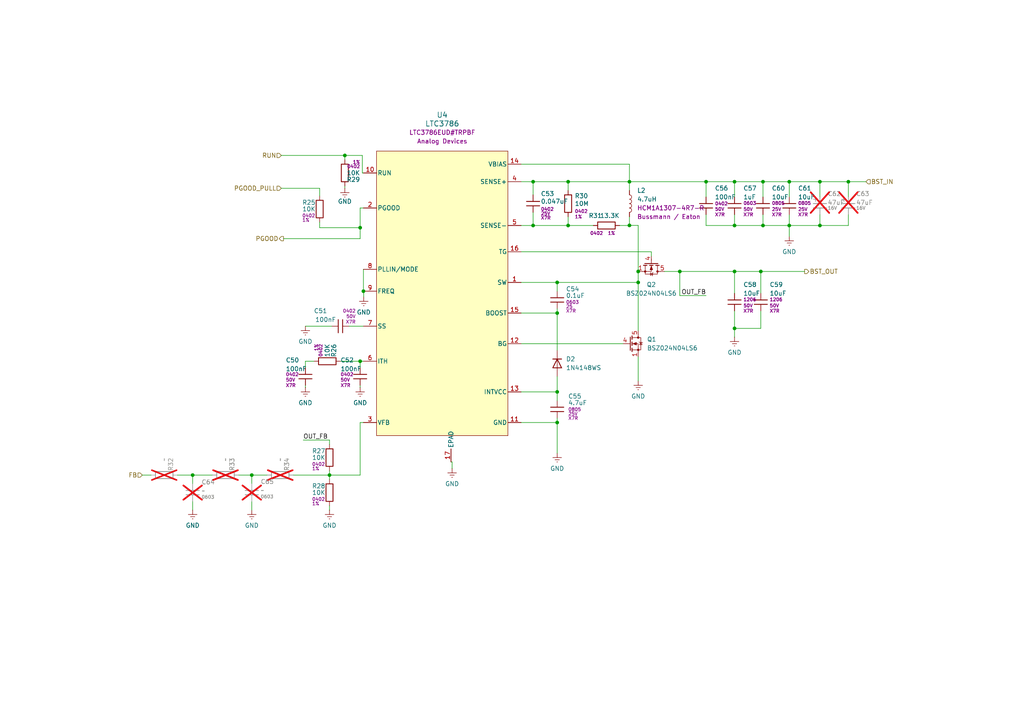
<source format=kicad_sch>
(kicad_sch (version 20231120) (generator "eeschema") (generator_version "8.0")
  (paper "A4")
  (lib_symbols
    (symbol "Diode:1N4148WS" (pin_numbers hide) (pin_names hide)
      (property "Reference" "D" (at 0 2.54 0))
      (property "Value" "1N4148WS" (at 0 -2.54 0))
      (symbol "1N4148WS_0_1"
        (polyline (pts (xy -1.27 1.27) (xy -1.27 -1.27)) (stroke (width 0.254)))
        (polyline (pts (xy 1.27 0) (xy -1.27 0)))
        (polyline (pts (xy 1.27 1.27) (xy 1.27 -1.27) (xy -1.27 0) (xy 1.27 1.27)) (stroke (width 0.254)))
      )
      (symbol "1N4148WS_1_1"
        (pin passive line (at -3.81 0 0) (length 2.54) (name "K") (number "1"))
        (pin passive line (at 3.81 0 180) (length 2.54) (name "A") (number "2"))
      )
    )
    (symbol "power:GNDREF" (power) (pin_numbers hide) (pin_names (offset 0) hide)
      (property "Value" "GNDREF" (at 0 -3.81 0))
      (symbol "GNDREF_0_1"
        (polyline (pts (xy -0.635 -1.905) (xy 0.635 -1.905)))
        (polyline (pts (xy -0.127 -2.54) (xy 0.127 -2.54)))
        (polyline (pts (xy 0 -1.27) (xy 0 0)))
        (polyline (pts (xy 1.27 -1.27) (xy -1.27 -1.27)))
      )
      (symbol "GNDREF_1_1"
        (pin power_in line (at 0 0 270) (length 0) (name "~") (number "1"))
      )
    )
    (symbol "speaker_amp_library:C_0402" (pin_numbers hide) (pin_names (offset 0.254))
      (property "Reference" "C" (at 2.54 3.175 0))
      (property "Value" "100nF" (at 2.54 1.27 0))
      (property "Footprint size" "0402" (at 2.54 -1.5875 0))
      (property "Voltage" "16V" (at 2.54 -0.3175 0))
      (property "Type" "NP0" (at 3.81 -2.8575 0))
      (symbol "C_0402_0_1"
        (polyline (pts (xy -1.905 -0.635) (xy 1.905 -0.635)) (stroke (width 0.25)))
      )
      (symbol "C_0402_1_1"
        (polyline (pts (xy -1.905 0.635) (xy 1.905 0.635)) (stroke (width 0.254)))
        (pin passive line (at 0 2.54 270) (length 1.905) (name "~") (number "1"))
        (pin passive line (at 0 -2.54 90) (length 1.905) (name "~") (number "2"))
      )
    )
    (symbol "speaker_amp_library:C_0603" (pin_numbers hide) (pin_names (offset 0.254))
      (property "Reference" "C" (at 2.54 3.175 0))
      (property "Value" "1uF" (at 2.54 1.27 0))
      (property "Footprint size" "0603" (at 2.54 -1.5875 0))
      (property "Voltage" "50V" (at 2.54 -0.3175 0))
      (property "Type" "X7R" (at 3.81 -2.8575 0))
      (symbol "C_0603_0_1"
        (polyline (pts (xy -1.905 -0.635) (xy 1.905 -0.635)) (stroke (width 0.25)))
      )
      (symbol "C_0603_1_1"
        (polyline (pts (xy -1.905 0.635) (xy 1.905 0.635)) (stroke (width 0.254)))
        (pin passive line (at 0 2.54 270) (length 1.905) (name "~") (number "1"))
        (pin passive line (at 0 -2.54 90) (length 1.905) (name "~") (number "2"))
      )
    )
    (symbol "speaker_amp_library:C_1206" (pin_numbers hide) (pin_names (offset 0.254))
      (property "Reference" "C" (at 2.54 3.175 0))
      (property "Value" "10uF" (at 2.54 1.27 0))
      (property "Footprint size" "1206" (at 2.54 -1.5875 0))
      (property "Voltage" "50V" (at 2.54 -0.3175 0))
      (property "Type" "X7R" (at 3.81 -2.8575 0))
      (symbol "C_1206_0_1"
        (polyline (pts (xy -1.905 -0.635) (xy 1.905 -0.635)) (stroke (width 0.25)))
      )
      (symbol "C_1206_1_1"
        (polyline (pts (xy -1.905 0.635) (xy 1.905 0.635)) (stroke (width 0.254)))
        (pin passive line (at 0 2.54 270) (length 1.905) (name "~") (number "1"))
        (pin passive line (at 0 -2.54 90) (length 1.905) (name "~") (number "2"))
      )
    )
    (symbol "speaker_amp_library:C_ELEC_8x10_EMZS350ARA471MHA0G" (pin_numbers hide) (pin_names (offset 0.254))
      (property "Reference" "C" (at 2.54 3.175 0))
      (property "Value" "100uF" (at 2.54 1.27 0))
      (property "Voltage" "50V" (at 2.54 -0.3175 0))
      (symbol "C_ELEC_8x10_EMZS350ARA471MHA0G_0_1"
        (polyline (pts (xy -1.905 -0.635) (xy 1.905 -0.635)) (stroke (width 0.25)))
        (polyline (pts (xy -1.905 1.905) (xy -0.635 1.905)) (stroke (width 0.2)))
        (polyline (pts (xy -1.27 1.27) (xy -1.27 2.54)) (stroke (width 0.2)))
      )
      (symbol "C_ELEC_8x10_EMZS350ARA471MHA0G_1_1"
        (polyline (pts (xy -1.905 0.635) (xy 1.905 0.635)) (stroke (width 0.254)))
        (pin passive line (at 0 2.54 270) (length 1.905) (name "~") (number "1"))
        (pin passive line (at 0 -2.54 90) (length 1.905) (name "~") (number "2"))
      )
    )
    (symbol "speaker_amp_library:R_0402" (pin_numbers hide) (pin_names (offset 0))
      (property "Reference" "R?" (at 2.54 1.905 0))
      (property "Value" "4.7k" (at 2.54 0 0))
      (property "Footprint size" "0402" (at 2.54 -1.27 0))
      (property "Tolerance" "1%" (at 2.54 -2.54 0))
      (symbol "R_0402_0_1"
        (rectangle (start -1.016 2.54) (end 1.016 -2.54) (stroke (width 0.254)))
      )
      (symbol "R_0402_1_1"
        (pin passive line (at 0 3.81 270) (length 1.27) (name "~") (number "1"))
        (pin passive line (at 0 -3.81 90) (length 1.27) (name "~") (number "2"))
      )
    )
    (symbol "speaker_global_library:BSZ024N04LS6" (pin_names hide)
      (property "Reference" "Q" (at 5.08 1.905 0))
      (property "Value" "BSZ024N04LS6" (at 5.08 0 0))
      (symbol "BSZ024N04LS6_0_1"
        (polyline (pts (xy 0.2051 0) (xy -1.0649 0)))
        (polyline (pts (xy 0.254 1.905) (xy 0.254 -1.905)) (stroke (width 0.254)))
        (polyline (pts (xy 0.762 -1.27) (xy 0.762 -2.286)) (stroke (width 0.254)))
        (polyline (pts (xy 0.762 0.508) (xy 0.762 -0.508)) (stroke (width 0.254)))
        (polyline (pts (xy 0.762 2.286) (xy 0.762 1.27)) (stroke (width 0.254)))
        (polyline (pts (xy 2.54 2.54) (xy 2.54 1.778)))
        (polyline (pts (xy 2.54 -2.54) (xy 2.54 0) (xy 0.762 0)))
        (polyline (pts (xy 0.762 -1.778) (xy 3.302 -1.778) (xy 3.302 1.778) (xy 0.762 1.778)))
        (polyline (pts (xy 1.016 0) (xy 2.032 0.381) (xy 2.032 -0.381) (xy 1.016 0)) (fill (type outline)))
        (polyline (pts (xy 2.794 0.508) (xy 2.921 0.381) (xy 3.683 0.381) (xy 3.81 0.254)))
        (polyline (pts (xy 3.302 0.381) (xy 2.921 -0.254) (xy 3.683 -0.254) (xy 3.302 0.381)))
        (circle (center 2.54 -1.778) (radius 0.254) (fill (type outline)))
        (circle (center 2.54 1.778) (radius 0.254) (fill (type outline)))
      )
      (symbol "BSZ024N04LS6_1_1"
        (pin passive line (at 2.54 -3.81 90) (length 1.27) (name "S") (number "1"))
        (pin passive line (at 2.54 -3.81 90) (length 1.27) hide (name "S") (number "2"))
        (pin passive line (at 2.54 -3.81 90) (length 1.27) hide (name "S") (number "3"))
        (pin passive line (at -1.905 0 0) (length 1.27) (name "G") (number "4"))
        (pin passive line (at 2.54 3.81 270) (length 1.27) (name "D") (number "5"))
      )
    )
    (symbol "speaker_global_library:C_0402" (pin_numbers hide) (pin_names (offset 0.254))
      (property "Reference" "C" (at 2.54 3.175 0))
      (property "Value" "100nF" (at 2.54 1.27 0))
      (property "Footprint size" "0402" (at 2.54 -1.5875 0))
      (property "Voltage" "16V" (at 2.54 -0.3175 0))
      (property "Type" "NP0" (at 3.81 -2.8575 0))
      (symbol "C_0402_0_1"
        (polyline (pts (xy -1.905 -0.635) (xy 1.905 -0.635)) (stroke (width 0.25)))
      )
      (symbol "C_0402_1_1"
        (polyline (pts (xy -1.905 0.635) (xy 1.905 0.635)) (stroke (width 0.254)))
        (pin passive line (at 0 2.54 270) (length 1.905) (name "~") (number "1"))
        (pin passive line (at 0 -2.54 90) (length 1.905) (name "~") (number "2"))
      )
    )
    (symbol "speaker_global_library:C_0603" (pin_numbers hide) (pin_names (offset 0.254))
      (property "Reference" "C" (at 2.54 3.175 0))
      (property "Value" "1uF" (at 2.54 1.27 0))
      (property "Footprint size" "0603" (at 2.54 -1.5875 0))
      (property "Voltage" "50V" (at 2.54 -0.3175 0))
      (property "Type" "X7R" (at 3.81 -2.8575 0))
      (symbol "C_0603_0_1"
        (polyline (pts (xy -1.905 -0.635) (xy 1.905 -0.635)) (stroke (width 0.25)))
      )
      (symbol "C_0603_1_1"
        (polyline (pts (xy -1.905 0.635) (xy 1.905 0.635)) (stroke (width 0.254)))
        (pin passive line (at 0 2.54 270) (length 1.905) (name "~") (number "1"))
        (pin passive line (at 0 -2.54 90) (length 1.905) (name "~") (number "2"))
      )
    )
    (symbol "speaker_global_library:C_0805" (pin_numbers hide) (pin_names (offset 0.254))
      (property "Reference" "C" (at 2.54 3.175 0))
      (property "Value" "10uF" (at 2.54 1.27 0))
      (property "Footprint size" "0805" (at 2.54 -1.5875 0))
      (property "Voltage" "25V" (at 2.54 -0.3175 0))
      (property "Type" "X7R" (at 3.81 -2.8575 0))
      (symbol "C_0805_0_1"
        (polyline (pts (xy -1.905 -0.635) (xy 1.905 -0.635)) (stroke (width 0.25)))
      )
      (symbol "C_0805_1_1"
        (polyline (pts (xy -1.905 0.635) (xy 1.905 0.635)) (stroke (width 0.254)))
        (pin passive line (at 0 2.54 270) (length 1.905) (name "~") (number "1"))
        (pin passive line (at 0 -2.54 90) (length 1.905) (name "~") (number "2"))
      )
    )
    (symbol "speaker_global_library:LTC3786" (pin_names (offset 0.254))
      (property "Reference" "U" (at 3.81 22.86 0))
      (property "Value" "LTC3786" (at 7.62 20.32 0))
      (property "MPN" "LTC3786" (at 0 0 0))
      (property "Manufacturer" "Analog Devices" (at 0 0 0))
      (symbol "LTC3786_0_1"
        (pin unspecified line (at 45.72 -20.32 180) (length 3.81) (name "SW") (number "1"))
        (pin input line (at 0 11.43 0) (length 3.81) (name "RUN") (number "10"))
        (pin power_in line (at 45.72 -60.96 180) (length 3.81) (name "GND") (number "11"))
        (pin unspecified line (at 45.72 -38.1 180) (length 3.81) (name "BG") (number "12"))
        (pin output line (at 45.72 -52.07 180) (length 3.81) (name "INTVCC") (number "13"))
        (pin input line (at 45.72 13.97 180) (length 3.81) (name "VBIAS") (number "14"))
        (pin unspecified line (at 45.72 -29.21 180) (length 3.81) (name "BOOST") (number "15"))
        (pin unspecified line (at 45.72 -11.43 180) (length 3.81) (name "TG") (number "16"))
        (pin unspecified line (at 25.4 -72.39 90) (length 3.81) (name "EPAD") (number "17"))
        (pin output line (at 0 1.27 0) (length 3.81) (name "PGOOD") (number "2"))
        (pin input line (at 0 -60.96 0) (length 3.81) (name "VFB") (number "3"))
        (pin input line (at 45.72 8.89 180) (length 3.81) (name "SENSE+") (number "4"))
        (pin input line (at 45.72 -3.81 180) (length 3.81) (name "SENSE-") (number "5"))
        (pin unspecified line (at 0 -43.18 0) (length 3.81) (name "ITH") (number "6"))
        (pin input line (at 0 -33.02 0) (length 3.81) (name "SS") (number "7"))
        (pin input line (at 0 -16.51 0) (length 3.81) (name "PLLIN/MODE") (number "8"))
        (pin unspecified line (at 0 -22.86 0) (length 3.81) (name "FREQ") (number "9"))
      )
      (symbol "LTC3786_1_1"
        (rectangle (start 3.81 17.78) (end 41.91 -64.77) (fill (type background)))
      )
    )
    (symbol "speaker_global_library:L_HCM1A1307-4R7-R" (pin_numbers hide) (pin_names (offset 1.016) hide)
      (property "Reference" "L" (at -1.27 0 90))
      (property "Value" "4.7uH" (at 1.905 0 90))
      (property "MPN" "HCM1A1307-4R7-R" (at 0 0 0))
      (property "Manufacturer" "Bussmann / Eaton" (at 0 0 0))
      (symbol "L_HCM1A1307-4R7-R_0_1"
        (arc (start 0 -2.54) (mid 0.6323 -1.905) (end 0 -1.27))
        (arc (start 0 -1.27) (mid 0.6323 -0.635) (end 0 0))
        (arc (start 0 0) (mid 0.6323 0.635) (end 0 1.27))
        (arc (start 0 1.27) (mid 0.6323 1.905) (end 0 2.54))
      )
      (symbol "L_HCM1A1307-4R7-R_1_1"
        (pin passive line (at 0 3.81 270) (length 1.27) (name "1") (number "1"))
        (pin passive line (at 0 -3.81 90) (length 1.27) (name "2") (number "2"))
      )
    )
    (symbol "speaker_global_library:R_0402" (pin_numbers hide) (pin_names (offset 0))
      (property "Reference" "R?" (at 2.54 1.905 0))
      (property "Value" "4.7k" (at 2.54 0 0))
      (property "Footprint size" "0402" (at 2.54 -1.27 0))
      (property "Tolerance" "1%" (at 2.54 -2.54 0))
      (symbol "R_0402_0_1"
        (rectangle (start -1.016 2.54) (end 1.016 -2.54) (stroke (width 0.254)))
      )
      (symbol "R_0402_1_1"
        (pin passive line (at 0 3.81 270) (length 1.27) (name "~") (number "1"))
        (pin passive line (at 0 -3.81 90) (length 1.27) (name "~") (number "2"))
      )
    )
  )
  (junction (at 213.0425 52.705))
  (junction (at 221.2975 52.705))
  (junction (at 100.0125 45.085))
  (junction (at 164.7825 65.405))
  (junction (at 237.8075 65.405))
  (junction (at 104.4575 66.04))
  (junction (at 161.6075 122.555))
  (junction (at 213.0425 65.405))
  (junction (at 154.6225 65.405))
  (junction (at 228.9175 52.705))
  (junction (at 185.1025 78.74))
  (junction (at 154.6225 52.705))
  (junction (at 228.9175 65.405))
  (junction (at 204.7875 52.705))
  (junction (at 104.4575 104.775))
  (junction (at 185.1025 81.915))
  (junction (at 213.0425 95.25))
  (junction (at 237.8075 52.705))
  (junction (at 55.88 137.795))
  (junction (at 105.41 84.455))
  (junction (at 161.6075 113.665))
  (junction (at 161.6075 90.805))
  (junction (at 73.025 137.795))
  (junction (at 164.7825 52.705))
  (junction (at 182.5625 52.705))
  (junction (at 221.2975 65.405))
  (junction (at 220.6625 78.74))
  (junction (at 246.0625 52.705))
  (junction (at 213.0425 78.74))
  (junction (at 197.1675 78.74))
  (junction (at 95.5675 137.795))
  (junction (at 182.5625 65.379))
  (junction (at 161.6075 81.915))
  (wire (pts (xy 213.0425 52.705) (xy 213.0425 57.15)))
  (wire (pts (xy 182.5625 47.625) (xy 182.5625 52.705)))
  (wire (pts (xy 213.0425 95.25) (xy 213.0425 97.79)))
  (wire (pts (xy 104.4575 66.04) (xy 104.4575 60.325)))
  (wire (pts (xy 164.7825 62.865) (xy 164.7825 65.405)))
  (wire (pts (xy 182.5625 52.705) (xy 182.5625 55.245)))
  (wire (pts (xy 204.7875 65.405) (xy 213.0425 65.405)))
  (wire (pts (xy 85.09 137.795) (xy 95.5675 137.795)))
  (wire (pts (xy 161.6075 81.915) (xy 161.6075 84.455)))
  (wire (pts (xy 164.7825 52.705) (xy 182.5625 52.705)))
  (wire (pts (xy 185.1025 81.915) (xy 185.1025 95.885)))
  (wire (pts (xy 213.0425 95.25) (xy 220.6625 95.25)))
  (wire (pts (xy 161.6075 122.555) (xy 161.6075 131.445)))
  (wire (pts (xy 151.13 99.695) (xy 180.6575 99.695)))
  (wire (pts (xy 92.71 64.4423) (xy 92.71 66.04)))
  (wire (pts (xy 228.9175 65.405) (xy 228.9175 68.58)))
  (wire (pts (xy 213.0425 65.405) (xy 221.2975 65.405)))
  (wire (pts (xy 182.5625 65.379) (xy 182.5625 62.865)))
  (wire (pts (xy 104.4575 122.555) (xy 104.4575 137.795)))
  (wire (pts (xy 88.5825 104.775) (xy 88.5825 106.68)))
  (wire (pts (xy 104.4575 104.775) (xy 104.4575 106.68)))
  (wire (pts (xy 104.4575 137.795) (xy 95.5675 137.795)))
  (wire (pts (xy 151.13 73.025) (xy 188.9125 73.025)))
  (wire (pts (xy 104.4575 60.325) (xy 105.41 60.325)))
  (wire (pts (xy 55.88 145.415) (xy 55.88 147.955)))
  (wire (pts (xy 188.9125 73.025) (xy 188.9125 74.295)))
  (wire (pts (xy 237.8075 52.705) (xy 228.9175 52.705)))
  (wire (pts (xy 151.13 65.405) (xy 154.6225 65.405)))
  (wire (pts (xy 161.6075 90.805) (xy 161.6075 89.535)))
  (wire (pts (xy 228.9175 52.705) (xy 221.2975 52.705)))
  (wire (pts (xy 197.1675 85.725) (xy 197.1675 78.74)))
  (wire (pts (xy 91.1225 104.775) (xy 88.5825 104.775)))
  (wire (pts (xy 213.0425 90.17) (xy 213.0425 95.25)))
  (wire (pts (xy 87.9475 127.635) (xy 95.5675 127.635)))
  (wire (pts (xy 197.1675 78.74) (xy 213.0425 78.74)))
  (wire (pts (xy 204.7875 52.705) (xy 182.5625 52.705)))
  (wire (pts (xy 154.6225 61.595) (xy 154.6225 65.405)))
  (wire (pts (xy 105.4972 84.455) (xy 105.41 84.455)))
  (wire (pts (xy 246.0625 52.705) (xy 246.0625 57.15)))
  (wire (pts (xy 95.5675 137.795) (xy 95.5675 139.065)))
  (wire (pts (xy 161.6075 109.22) (xy 161.6075 113.665)))
  (wire (pts (xy 221.2975 65.405) (xy 221.2975 62.23)))
  (wire (pts (xy 105.4972 86.1279) (xy 105.4972 84.455)))
  (wire (pts (xy 151.13 52.705) (xy 154.6225 52.705)))
  (wire (pts (xy 251.1425 52.705) (xy 246.0625 52.705)))
  (wire (pts (xy 101.2825 94.615) (xy 105.41 94.615)))
  (wire (pts (xy 100.0125 46.355) (xy 100.0125 45.085)))
  (wire (pts (xy 98.7425 104.775) (xy 104.4575 104.775)))
  (wire (pts (xy 104.4575 112.395) (xy 104.4575 111.76)))
  (wire (pts (xy 221.2975 52.705) (xy 221.2975 57.15)))
  (wire (pts (xy 55.88 137.795) (xy 55.88 140.335)))
  (wire (pts (xy 204.7875 85.725) (xy 197.1675 85.725)))
  (wire (pts (xy 204.7875 52.705) (xy 204.7875 57.15)))
  (wire (pts (xy 151.13 122.555) (xy 161.6075 122.555)))
  (wire (pts (xy 69.215 137.795) (xy 73.025 137.795)))
  (wire (pts (xy 154.6225 52.705) (xy 154.6225 56.515)))
  (wire (pts (xy 213.0425 78.74) (xy 220.6625 78.74)))
  (wire (pts (xy 204.7875 65.405) (xy 204.7875 62.23)))
  (wire (pts (xy 55.88 137.795) (xy 61.595 137.795)))
  (wire (pts (xy 237.8075 65.405) (xy 246.0625 65.405)))
  (wire (pts (xy 161.6075 81.915) (xy 151.13 81.915)))
  (wire (pts (xy 161.6075 90.805) (xy 161.6075 101.6)))
  (wire (pts (xy 131.1275 135.89) (xy 131.1275 133.985)))
  (wire (pts (xy 185.1025 65.379) (xy 182.5625 65.379)))
  (wire (pts (xy 96.2025 94.615) (xy 88.5825 94.615)))
  (wire (pts (xy 95.5675 146.685) (xy 95.5675 147.955)))
  (wire (pts (xy 92.7186 54.61) (xy 81.5975 54.61)))
  (wire (pts (xy 95.5675 136.525) (xy 95.5675 137.795)))
  (wire (pts (xy 131.1275 133.985) (xy 130.81 133.985)))
  (wire (pts (xy 154.6225 52.705) (xy 164.7825 52.705)))
  (wire (pts (xy 164.7825 65.405) (xy 172.085 65.405)))
  (wire (pts (xy 104.4575 122.555) (xy 105.41 122.555)))
  (wire (pts (xy 221.2975 52.705) (xy 213.0425 52.705)))
  (wire (pts (xy 220.6625 78.74) (xy 220.6625 85.09)))
  (wire (pts (xy 105.0925 50.165) (xy 105.41 50.165)))
  (wire (pts (xy 73.025 137.795) (xy 77.47 137.795)))
  (wire (pts (xy 95.5675 127.635) (xy 95.5675 128.905)))
  (wire (pts (xy 228.9175 52.705) (xy 228.9175 57.15)))
  (wire (pts (xy 213.0425 78.74) (xy 213.0425 85.09)))
  (wire (pts (xy 161.6075 113.665) (xy 161.6075 116.205)))
  (wire (pts (xy 182.5625 65.405) (xy 182.5625 65.379)))
  (wire (pts (xy 220.6625 90.17) (xy 220.6625 95.25)))
  (wire (pts (xy 237.8075 52.705) (xy 237.8075 57.15)))
  (wire (pts (xy 151.13 113.665) (xy 161.6075 113.665)))
  (wire (pts (xy 82.2325 69.215) (xy 104.4575 69.215)))
  (wire (pts (xy 220.6625 78.74) (xy 233.3625 78.74)))
  (wire (pts (xy 41.275 137.795) (xy 43.815 137.795)))
  (wire (pts (xy 104.4575 69.215) (xy 104.4575 66.04)))
  (wire (pts (xy 192.7225 78.74) (xy 197.1675 78.74)))
  (wire (pts (xy 213.0425 52.705) (xy 204.7875 52.705)))
  (wire (pts (xy 228.9175 65.405) (xy 228.9175 62.23)))
  (wire (pts (xy 88.5825 112.395) (xy 88.5825 111.76)))
  (wire (pts (xy 104.4575 104.775) (xy 105.41 104.775)))
  (wire (pts (xy 73.025 137.795) (xy 73.025 140.335)))
  (wire (pts (xy 105.0925 45.085) (xy 105.0925 50.165)))
  (wire (pts (xy 100.0125 53.975) (xy 100.0125 54.61)))
  (wire (pts (xy 164.7825 55.245) (xy 164.7825 52.705)))
  (wire (pts (xy 179.705 65.405) (xy 182.5625 65.405)))
  (wire (pts (xy 105.41 78.105) (xy 105.41 84.455)))
  (wire (pts (xy 100.0125 45.085) (xy 105.0925 45.085)))
  (wire (pts (xy 151.13 90.805) (xy 161.6075 90.805)))
  (wire (pts (xy 151.13 47.625) (xy 182.5625 47.625)))
  (wire (pts (xy 81.5975 45.085) (xy 100.0125 45.085)))
  (wire (pts (xy 161.6075 122.555) (xy 161.6075 121.285)))
  (wire (pts (xy 228.9175 65.405) (xy 237.8075 65.405)))
  (wire (pts (xy 246.0625 52.705) (xy 237.8075 52.705)))
  (wire (pts (xy 237.8075 65.405) (xy 237.8075 62.23)))
  (wire (pts (xy 213.0425 65.405) (xy 213.0425 62.23)))
  (wire (pts (xy 221.2975 65.405) (xy 228.9175 65.405)))
  (wire (pts (xy 92.71 64.4423) (xy 92.7186 64.4423)))
  (wire (pts (xy 246.0625 65.405) (xy 246.0625 62.23)))
  (wire (pts (xy 185.1025 81.915) (xy 185.1025 78.74)))
  (wire (pts (xy 51.435 137.795) (xy 55.88 137.795)))
  (wire (pts (xy 185.1025 78.74) (xy 185.1025 65.379)))
  (wire (pts (xy 185.1025 81.915) (xy 161.6075 81.915)))
  (wire (pts (xy 73.025 145.415) (xy 73.025 147.955)))
  (wire (pts (xy 185.1025 103.505) (xy 185.1025 110.49)))
  (wire (pts (xy 92.71 66.04) (xy 104.4575 66.04)))
  (wire (pts (xy 154.6225 65.405) (xy 164.7825 65.405)))
  (wire (pts (xy 92.7186 56.8223) (xy 92.7186 54.61)))
  (label "OUT_FB" (at 204.7875 85.725 180))
  (label "OUT_FB" (at 87.9475 127.635 0))
  (hierarchical_label "BST_OUT" (shape output) (at 233.3625 78.74 0))
  (hierarchical_label "BST_IN" (shape input) (at 251.1425 52.705 0))
  (hierarchical_label "RUN" (shape input) (at 81.5975 45.085 180))
  (hierarchical_label "PGOOD_PULL" (shape input) (at 81.5975 54.61 180))
  (hierarchical_label "FB" (shape input) (at 41.275 137.795 180))
  (hierarchical_label "PGOOD" (shape output) (at 82.2325 69.215 180))
  (symbol (lib_id "speaker_global_library:BSZ024N04LS6") (at 188.9125 76.2 270) (unit 1)
    (property "Reference" "Q2" (at 188.9125 82.55 90))
    (property "Value" "BSZ024N04LS6" (at 188.9125 85.09 90))
    (property "Footprint" "speaker_global_library:PQFN330x330" (effects (hide yes)))
    (property "Datasheet" "http://www.infineon.com/dgdl/Infineon-BSC028N06LS3-DS-v02_02-en.pdf?fileId=db3a30431ddc9372011ebafa4c607f8c" (effects (hide yes)))
    (property "Description" "100A Id, 60V Vds, OptiMOS N-Channel Power MOSFET, 2.8mOhm Ron, Qg (typ) 31.0nC, PG-TDSON-8" (effects (hide yes)))
    (property "MPN" "BSZ024N04LS6" (effects (hide yes)))
    (property "Manufacturer" "Infineon" (effects (hide yes)))
  )
  (symbol (lib_id "power:GNDREF") (at 228.9175 68.58 0) (unit 1)
    (property "Reference" "#PWR034" (effects (hide yes)))
    (property "Value" "GND" (at 228.9175 73.025 0))
    (property "Description" "Power symbol creates a global label with name \"GNDREF\" , reference supply ground" (effects (hide yes)))
  )
  (symbol (lib_id "Diode:1N4148WS") (at 161.6075 105.41 270) (unit 1)
    (property "Reference" "D2" (at 164.1475 104.14 90) (effects (justify left)))
    (property "Value" "1N4148WS" (at 164.1475 106.68 90) (effects (justify left)))
    (property "Footprint" "Diode_SMD:D_SOD-323" (effects (hide yes)))
    (property "Datasheet" "https://www.vishay.com/docs/85751/1n4148ws.pdf" (effects (hide yes)))
    (property "Description" "DIODE" (effects (hide yes)))
    (property "Sim.Device" "D" (effects (hide yes)))
    (property "Sim.Pins" "1=K 2=A" (effects (hide yes)))
    (property "MPN" "1N4148WS-E3-18" (effects (hide yes)))
    (property "Manufacturer" "Vishay Semiconductors" (effects (hide yes)))
  )
  (symbol (lib_id "speaker_amp_library:R_0402") (at 100.0125 50.165 0) (mirror x) (unit 1)
    (property "Reference" "R29" (at 104.4575 52.07 0) (effects (justify right)))
    (property "Value" "10K" (at 104.4575 50.165 0) (effects (justify right)))
    (property "Footprint" "speaker_global_library:R_0402_1005Metric" (effects (hide yes)))
    (property "Description" "RES" (effects (hide yes)))
    (property "Footprint size" "0402" (at 104.4575 48.26 0) (effects (font (size 0.9525 0.9525)) (justify right)))
    (property "Manufacturer" "YAGEO" (effects (hide yes)))
    (property "MPN" "AC0402FR-0710KL" (effects (hide yes)))
    (property "Tolerance" "1%" (at 104.4575 46.99 0) (effects (font (size 0.9525 0.9525)) (justify right)))
  )
  (symbol (lib_id "speaker_amp_library:C_0402") (at 104.4575 109.22 0) (mirror x) (unit 1)
    (property "Reference" "C52" (at 98.7425 104.4576 0) (effects (justify left)))
    (property "Value" "100nF" (at 98.7425 106.9976 0) (effects (justify left)))
    (property "Footprint" "speaker_global_library:C_0402_1005Metric" (effects (hide yes)))
    (property "Description" "CAP" (effects (hide yes)))
    (property "Footprint size" "0402" (at 98.7425 108.585 0) (effects (font (size 0.9525 0.9525)) (justify left)))
    (property "Voltage" "50V" (at 98.7425 110.1726 0) (effects (font (size 0.9525 0.9525)) (justify left)))
    (property "Type" "X7R" (at 98.7425 111.7601 0) (effects (font (size 0.9525 0.9525)) (justify left)))
    (property "Tolerance" "10%" (effects (hide yes)))
    (property "Manufacturer" "Murata" (effects (hide yes)))
    (property "MPN" "GRM155R71H104KE14D" (effects (hide yes)))
  )
  (symbol (lib_id "power:GNDREF") (at 55.88 147.955 0) (unit 1)
    (property "Reference" "#PWR049" (effects (hide yes)))
    (property "Value" "GND" (at 55.88 152.4 0))
    (property "Description" "Power symbol creates a global label with name \"GNDREF\" , reference supply ground" (effects (hide yes)))
  )
  (symbol (lib_id "speaker_amp_library:C_0603") (at 228.9175 59.69 0) (unit 1)
    (property "Reference" "C61" (at 231.4575 54.61 0) (effects (justify left)))
    (property "Value" "10uF" (at 231.4575 57.15 0) (effects (justify left)))
    (property "Footprint" "speaker_global_library:C_0805_2012Metric" (effects (hide yes)))
    (property "Description" "CAP" (effects (hide yes)))
    (property "Footprint size" "0805" (at 231.4575 58.928 0) (effects (font (size 0.9525 0.9525)) (justify left)))
    (property "Voltage" "25V" (at 231.4575 60.706 0) (effects (font (size 0.9525 0.9525)) (justify left)))
    (property "Type" "X7R" (at 231.4575 62.23 0) (effects (font (size 0.9525 0.9525)) (justify left)))
    (property "Tolerance" "20%" (effects (hide yes)))
    (property "Manufacturer" "Samsung Electro-Mechanics" (effects (hide yes)))
    (property "MPN" "CL21B106KAYQNNE" (effects (hide yes)))
  )
  (symbol (lib_id "power:GNDREF") (at 161.6075 131.445 0) (unit 1)
    (property "Reference" "#PWR025" (effects (hide yes)))
    (property "Value" "GND" (at 161.6075 135.89 0))
    (property "Description" "Power symbol creates a global label with name \"GNDREF\" , reference supply ground" (effects (hide yes)))
  )
  (symbol (lib_id "speaker_amp_library:C_0603") (at 221.2975 59.69 0) (unit 1)
    (property "Reference" "C60" (at 223.8375 54.61 0) (effects (justify left)))
    (property "Value" "10uF" (at 223.8375 57.15 0) (effects (justify left)))
    (property "Footprint" "speaker_global_library:C_0805_2012Metric" (effects (hide yes)))
    (property "Description" "CAP" (effects (hide yes)))
    (property "Footprint size" "0805" (at 223.8375 58.928 0) (effects (font (size 0.9525 0.9525)) (justify left)))
    (property "Voltage" "25V" (at 223.8375 60.706 0) (effects (font (size 0.9525 0.9525)) (justify left)))
    (property "Type" "X7R" (at 223.8375 62.23 0) (effects (font (size 0.9525 0.9525)) (justify left)))
    (property "Tolerance" "20%" (effects (hide yes)))
    (property "Manufacturer" "Samsung Electro-Mechanics" (effects (hide yes)))
    (property "MPN" "CL21B106KAYQNNE" (effects (hide yes)))
  )
  (symbol (lib_id "speaker_global_library:R_0402") (at 175.895 65.405 90) (unit 1)
    (property "Reference" "R31" (at 174.625 62.5475 90) (effects (justify left)))
    (property "Value" "13.3K" (at 179.705 62.5475 90) (effects (justify left)))
    (property "Footprint" "Resistor_SMD:R_0402_1005Metric" (effects (hide yes)))
    (property "Description" "RES" (effects (hide yes)))
    (property "Footprint size" "0402" (at 174.9425 67.6275 90) (effects (font (size 0.9525 0.9525)) (justify left)))
    (property "Manufacturer" "SEI Stackpole" (effects (hide yes)))
    (property "MPN" "RMCF0402FT13K3" (effects (hide yes)))
    (property "Tolerance" "1%" (at 178.435 67.6275 90) (effects (font (size 0.9525 0.9525)) (justify left)))
  )
  (symbol (lib_id "speaker_global_library:LTC3786") (at 105.41 61.595 0) (unit 1)
    (property "Reference" "U4" (at 128.27 33.3375 0) (effects (font (size 1.524 1.524))))
    (property "Value" "LTC3786" (at 128.27 35.8775 0) (effects (font (size 1.524 1.524))))
    (property "Footprint" "speaker_global_library:QFN-16_UD_LIT" (effects (hide yes)))
    (property "Datasheet" "LTC3786EUD-TRPBF" (effects (hide yes)))
    (property "Description" "IC" (effects (hide yes)))
    (property "MPN" "LTC3786EUD#TRPBF" (at 128.27 38.4175 0))
    (property "Manufacturer" "Analog Devices" (at 128.27 40.9575 0))
  )
  (symbol (lib_id "speaker_amp_library:C_0603") (at 55.88 142.875 0) (unit 1) (dnp yes)
    (property "Reference" "C64" (at 58.42 139.827 0) (effects (justify left)))
    (property "Value" "~" (at 58.42 142.367 0) (effects (justify left)))
    (property "Footprint" "speaker_global_library:C_0603_1608Metric" (effects (hide yes)))
    (property "Description" "CAP" (effects (hide yes)))
    (property "Footprint size" "0603" (at 58.42 144.145 0) (effects (font (size 0.9525 0.9525)) (justify left)))
    (property "Tolerance" "10%" (effects (hide yes)))
  )
  (symbol (lib_id "speaker_amp_library:C_0603") (at 213.0425 59.69 0) (unit 1)
    (property "Reference" "C57" (at 215.5825 54.61 0) (effects (justify left)))
    (property "Value" "1uF" (at 215.5825 57.15 0) (effects (justify left)))
    (property "Footprint" "speaker_global_library:C_0603_1608Metric" (effects (hide yes)))
    (property "Description" "CAP" (effects (hide yes)))
    (property "Footprint size" "0603" (at 215.5825 58.928 0) (effects (font (size 0.9525 0.9525)) (justify left)))
    (property "Voltage" "50V" (at 215.5825 60.706 0) (effects (font (size 0.9525 0.9525)) (justify left)))
    (property "Type" "X7R" (at 215.5825 62.23 0) (effects (font (size 0.9525 0.9525)) (justify left)))
    (property "Tolerance" "10%" (effects (hide yes)))
    (property "MPN" "CL10B105KB8NQNC" (effects (hide yes)))
    (property "Manufacturer" "Samsung Electro-Mechanics" (effects (hide yes)))
  )
  (symbol (lib_id "speaker_amp_library:C_0402") (at 98.7425 94.615 90) (mirror x) (unit 1)
    (property "Reference" "C51" (at 94.9325 90.17 90) (effects (justify left)))
    (property "Value" "100nF" (at 97.4725 92.71 90) (effects (justify left)))
    (property "Footprint" "speaker_global_library:C_0402_1005Metric" (effects (hide yes)))
    (property "Description" "CAP" (effects (hide yes)))
    (property "Footprint size" "0402" (at 103.1875 90.17 90) (effects (font (size 0.9525 0.9525)) (justify left)))
    (property "Voltage" "50V" (at 103.1875 91.7576 90) (effects (font (size 0.9525 0.9525)) (justify left)))
    (property "Type" "X7R" (at 103.1875 93.3451 90) (effects (font (size 0.9525 0.9525)) (justify left)))
    (property "Tolerance" "10%" (effects (hide yes)))
    (property "Manufacturer" "Murata" (effects (hide yes)))
    (property "MPN" "GRM155R71H104KE14D" (effects (hide yes)))
  )
  (symbol (lib_id "speaker_amp_library:C_0603") (at 73.025 142.875 0) (unit 1) (dnp yes)
    (property "Reference" "C65" (at 75.565 139.7 0) (effects (justify left)))
    (property "Value" "~" (at 75.565 142.24 0) (effects (justify left)))
    (property "Footprint" "speaker_global_library:C_0603_1608Metric" (effects (hide yes)))
    (property "Description" "CAP" (effects (hide yes)))
    (property "Footprint size" "0603" (at 75.565 144.018 0) (effects (font (size 0.9525 0.9525)) (justify left)))
    (property "Tolerance" "10%" (effects (hide yes)))
  )
  (symbol (lib_id "speaker_amp_library:R_0402") (at 95.5675 142.875 0) (mirror y) (unit 1)
    (property "Reference" "R28" (at 90.4875 140.97 0) (effects (justify right)))
    (property "Value" "10K" (at 90.4875 142.875 0) (effects (justify right)))
    (property "Footprint" "speaker_global_library:R_0402_1005Metric" (effects (hide yes)))
    (property "Description" "RES" (effects (hide yes)))
    (property "Footprint size" "0402" (at 90.4875 144.78 0) (effects (font (size 0.9525 0.9525)) (justify right)))
    (property "Manufacturer" "YAGEO" (effects (hide yes)))
    (property "MPN" "AC0402FR-0710KL" (effects (hide yes)))
    (property "Tolerance" "1%" (at 90.4875 146.05 0) (effects (font (size 0.9525 0.9525)) (justify right)))
  )
  (symbol (lib_id "speaker_amp_library:C_ELEC_8x10_EMZS350ARA471MHA0G") (at 237.8075 59.69 0) (unit 1) (dnp yes)
    (property "Reference" "C62" (at 240.03 56.1975 0) (effects (justify left)))
    (property "Value" "47uF" (at 240.03 58.75 0) (effects (justify left)))
    (property "Footprint" "speaker_global_library:CAP_EEEFK1C470P" (effects (hide yes)))
    (property "Description" "CAP" (effects (hide yes)))
    (property "Footprint size" "-" (effects (hide yes)))
    (property "Voltage" "16V" (at 240.03 60.325 0) (effects (font (size 0.9525 0.9525)) (justify left)))
    (property "Type" "ELEC" (effects (hide yes)))
    (property "Tolerance" "10%" (effects (hide yes)))
    (property "Manufacturer" "Panasonic" (effects (hide yes)))
    (property "MPN" "EEE-FK1C470P" (effects (hide yes)))
  )
  (symbol (lib_id "speaker_amp_library:C_0402") (at 204.7875 59.69 0) (unit 1)
    (property "Reference" "C56" (at 207.3275 54.61 0) (effects (justify left)))
    (property "Value" "100nF" (at 207.3275 57.15 0) (effects (justify left)))
    (property "Footprint" "speaker_global_library:C_0402_1005Metric" (effects (hide yes)))
    (property "Description" "CAP" (effects (hide yes)))
    (property "Footprint size" "0402" (at 207.3275 59.055 0) (effects (font (size 0.9525 0.9525)) (justify left)))
    (property "Voltage" "50V" (at 207.3275 60.6426 0) (effects (font (size 0.9525 0.9525)) (justify left)))
    (property "Type" "X7R" (at 207.3275 62.2301 0) (effects (font (size 0.9525 0.9525)) (justify left)))
    (property "Tolerance" "10%" (effects (hide yes)))
    (property "Manufacturer" "Murata" (effects (hide yes)))
    (property "MPN" "GRM155R71H104KE14D" (effects (hide yes)))
  )
  (symbol (lib_id "power:GNDREF") (at 104.4575 112.395 0) (unit 1)
    (property "Reference" "#PWR030" (effects (hide yes)))
    (property "Value" "GND" (at 104.4575 116.84 0))
    (property "Description" "Power symbol creates a global label with name \"GNDREF\" , reference supply ground" (effects (hide yes)))
  )
  (symbol (lib_id "power:GNDREF") (at 88.5825 112.395 0) (unit 1)
    (property "Reference" "#PWR029" (effects (hide yes)))
    (property "Value" "GND" (at 88.5825 116.84 0))
    (property "Description" "Power symbol creates a global label with name \"GNDREF\" , reference supply ground" (effects (hide yes)))
  )
  (symbol (lib_id "speaker_global_library:R_0402") (at 164.7825 59.055 0) (unit 1)
    (property "Reference" "R30" (at 166.6875 56.8325 0) (effects (justify left)))
    (property "Value" "10M" (at 166.6875 59.055 0) (effects (justify left)))
    (property "Footprint" "Resistor_SMD:R_0402_1005Metric" (effects (hide yes)))
    (property "Description" "RES" (effects (hide yes)))
    (property "Footprint size" "0402" (at 166.6875 61.2775 0) (effects (font (size 0.9525 0.9525)) (justify left)))
    (property "Manufacturer" "SEI Stackpole" (effects (hide yes)))
    (property "MPN" "RMCF0402FT10M0" (effects (hide yes)))
    (property "Tolerance" "1%" (at 166.6875 62.865 0) (effects (font (size 0.9525 0.9525)) (justify left)))
  )
  (symbol (lib_id "power:GNDREF") (at 100.0125 54.61 0) (unit 1)
    (property "Reference" "#PWR028" (effects (hide yes)))
    (property "Value" "GND" (at 100.0125 58.42 0))
    (property "Description" "Power symbol creates a global label with name \"GNDREF\" , reference supply ground" (effects (hide yes)))
  )
  (symbol (lib_id "speaker_amp_library:R_0402") (at 65.405 137.795 270) (mirror x) (unit 1) (dnp yes)
    (property "Reference" "R33" (at 67.31 132.715 0) (effects (justify right)))
    (property "Value" "~" (at 65.405 132.715 0) (effects (justify right)))
    (property "Footprint" "speaker_global_library:R_0603_1608Metric" (effects (hide yes)))
  )
  (symbol (lib_id "speaker_amp_library:R_0402") (at 81.28 137.795 270) (mirror x) (unit 1) (dnp yes)
    (property "Reference" "R34" (at 83.185 132.715 0) (effects (justify right)))
    (property "Value" "~" (at 81.28 132.715 0) (effects (justify right)))
    (property "Footprint" "speaker_global_library:R_0603_1608Metric" (effects (hide yes)))
  )
  (symbol (lib_id "speaker_global_library:BSZ024N04LS6") (at 182.5625 99.695 0) (unit 1)
    (property "Reference" "Q1" (at 187.6425 98.425 0) (effects (justify left)))
    (property "Value" "BSZ024N04LS6" (at 187.6425 100.965 0) (effects (justify left)))
    (property "Footprint" "speaker_global_library:PQFN330x330" (effects (hide yes)))
    (property "Datasheet" "http://www.infineon.com/dgdl/Infineon-BSC028N06LS3-DS-v02_02-en.pdf?fileId=db3a30431ddc9372011ebafa4c607f8c" (effects (hide yes)))
    (property "Description" "100A Id, 60V Vds, OptiMOS N-Channel Power MOSFET, 2.8mOhm Ron, Qg (typ) 31.0nC, PG-TDSON-8" (effects (hide yes)))
    (property "MPN" "BSZ024N04LS6" (effects (hide yes)))
    (property "Manufacturer" "Infineon" (effects (hide yes)))
  )
  (symbol (lib_id "power:GNDREF") (at 131.1275 135.89 0) (unit 1)
    (property "Reference" "#PWR026" (effects (hide yes)))
    (property "Value" "GND" (at 131.1275 140.335 0))
    (property "Description" "Power symbol creates a global label with name \"GNDREF\" , reference supply ground" (effects (hide yes)))
  )
  (symbol (lib_id "speaker_amp_library:C_ELEC_8x10_EMZS350ARA471MHA0G") (at 246.0625 59.69 0) (unit 1) (dnp yes)
    (property "Reference" "C63" (at 248.285 56.1975 0) (effects (justify left)))
    (property "Value" "47uF" (at 248.285 58.75 0) (effects (justify left)))
    (property "Footprint" "speaker_global_library:CAP_EEEFK1C470P" (effects (hide yes)))
    (property "Description" "CAP" (effects (hide yes)))
    (property "Footprint size" "-" (effects (hide yes)))
    (property "Voltage" "16V" (at 248.285 60.325 0) (effects (font (size 0.9525 0.9525)) (justify left)))
    (property "Type" "ELEC" (effects (hide yes)))
    (property "Tolerance" "10%" (effects (hide yes)))
    (property "Manufacturer" "Panasonic" (effects (hide yes)))
    (property "MPN" "EEE-FK1C470P" (effects (hide yes)))
  )
  (symbol (lib_id "speaker_amp_library:C_1206") (at 213.0425 87.63 0) (unit 1)
    (property "Reference" "C58" (at 215.5825 82.549 0) (effects (justify left)))
    (property "Value" "10uF" (at 215.5825 85.089 0) (effects (justify left)))
    (property "Footprint" "speaker_global_library:C_1206_3216Metric" (effects (hide yes)))
    (property "Description" "CAP" (effects (hide yes)))
    (property "Footprint size" "1206" (at 215.5825 86.868 0) (effects (font (size 0.9525 0.9525)) (justify left)))
    (property "Voltage" "50V" (at 215.5825 88.646 0) (effects (font (size 0.9525 0.9525)) (justify left)))
    (property "Type" "X7R" (at 215.5825 90.1711 0) (effects (font (size 0.9525 0.9525)) (justify left)))
    (property "Tolerance" "10%" (effects (hide yes)))
    (property "Manufacturer" "Samsung Electro-Mechanics" (effects (hide yes)))
    (property "MPN" "CL31B106KBHNNNE" (effects (hide yes)))
  )
  (symbol (lib_id "speaker_global_library:L_HCM1A1307-4R7-R") (at 182.5625 59.055 0) (unit 1)
    (property "Reference" "L2" (at 184.785 55.245 0) (effects (justify left)))
    (property "Value" "4.7uH" (at 184.785 57.785 0) (effects (justify left)))
    (property "Footprint" "speaker_global_library:HCM1A1307-4R7-R" (effects (hide yes)))
    (property "Description" "IND" (effects (hide yes)))
    (property "MPN" "HCM1A1307-4R7-R" (at 184.785 60.325 0) (effects (justify left)))
    (property "Manufacturer" "Bussmann / Eaton" (at 184.785 62.865 0) (effects (justify left)))
  )
  (symbol (lib_id "speaker_amp_library:C_0402") (at 88.5825 109.22 0) (mirror x) (unit 1)
    (property "Reference" "C50" (at 82.8675 104.4576 0) (effects (justify left)))
    (property "Value" "100nF" (at 82.8675 106.9976 0) (effects (justify left)))
    (property "Footprint" "speaker_global_library:C_0402_1005Metric" (effects (hide yes)))
    (property "Description" "CAP" (effects (hide yes)))
    (property "Footprint size" "0402" (at 82.8675 108.585 0) (effects (font (size 0.9525 0.9525)) (justify left)))
    (property "Voltage" "50V" (at 82.8675 110.1726 0) (effects (font (size 0.9525 0.9525)) (justify left)))
    (property "Type" "X7R" (at 82.8675 111.7601 0) (effects (font (size 0.9525 0.9525)) (justify left)))
    (property "Tolerance" "10%" (effects (hide yes)))
    (property "Manufacturer" "Murata" (effects (hide yes)))
    (property "MPN" "GRM155R71H104KE14D" (effects (hide yes)))
  )
  (symbol (lib_id "power:GNDREF") (at 88.5825 94.615 0) (unit 1)
    (property "Reference" "#PWR035" (effects (hide yes)))
    (property "Value" "GND" (at 88.5825 99.06 0))
    (property "Description" "Power symbol creates a global label with name \"GNDREF\" , reference supply ground" (effects (hide yes)))
  )
  (symbol (lib_id "power:GNDREF") (at 105.4972 86.1279 0) (unit 1)
    (property "Reference" "#PWR027" (effects (hide yes)))
    (property "Value" "GND" (at 105.4972 90.5729 0))
    (property "Description" "Power symbol creates a global label with name \"GNDREF\" , reference supply ground" (effects (hide yes)))
  )
  (symbol (lib_id "speaker_amp_library:R_0402") (at 92.7186 60.6323 0) (mirror y) (unit 1)
    (property "Reference" "R25" (at 87.6386 58.7273 0) (effects (justify right)))
    (property "Value" "10K" (at 87.6386 60.6323 0) (effects (justify right)))
    (property "Footprint" "speaker_global_library:R_0402_1005Metric" (effects (hide yes)))
    (property "Description" "RES" (effects (hide yes)))
    (property "Footprint size" "0402" (at 87.6386 62.5373 0) (effects (font (size 0.9525 0.9525)) (justify right)))
    (property "Manufacturer" "YAGEO" (effects (hide yes)))
    (property "MPN" "AC0402FR-0710KL" (effects (hide yes)))
    (property "Tolerance" "1%" (at 87.6386 63.8073 0) (effects (font (size 0.9525 0.9525)) (justify right)))
  )
  (symbol (lib_id "power:GNDREF") (at 95.5675 147.955 0) (unit 1)
    (property "Reference" "#PWR031" (effects (hide yes)))
    (property "Value" "GND" (at 95.5675 152.4 0))
    (property "Description" "Power symbol creates a global label with name \"GNDREF\" , reference supply ground" (effects (hide yes)))
  )
  (symbol (lib_id "speaker_amp_library:R_0402") (at 94.9325 104.775 270) (mirror x) (unit 1)
    (property "Reference" "R26" (at 96.8375 99.695 0) (effects (justify right)))
    (property "Value" "10K" (at 94.9325 99.695 0) (effects (justify right)))
    (property "Footprint" "speaker_global_library:R_0402_1005Metric" (effects (hide yes)))
    (property "Description" "RES" (effects (hide yes)))
    (property "Footprint size" "0402" (at 93.0275 99.695 0) (effects (font (size 0.9525 0.9525)) (justify right)))
    (property "Manufacturer" "YAGEO" (effects (hide yes)))
    (property "MPN" "AC0402FR-0710KL" (effects (hide yes)))
    (property "Tolerance" "1%" (at 91.7575 99.695 0) (effects (font (size 0.9525 0.9525)) (justify right)))
  )
  (symbol (lib_id "speaker_amp_library:C_1206") (at 220.6625 87.63 0) (unit 1)
    (property "Reference" "C59" (at 223.2025 82.549 0) (effects (justify left)))
    (property "Value" "10uF" (at 223.2025 85.089 0) (effects (justify left)))
    (property "Footprint" "speaker_global_library:C_1206_3216Metric" (effects (hide yes)))
    (property "Description" "CAP" (effects (hide yes)))
    (property "Footprint size" "1206" (at 223.2025 86.868 0) (effects (font (size 0.9525 0.9525)) (justify left)))
    (property "Voltage" "50V" (at 223.2025 88.646 0) (effects (font (size 0.9525 0.9525)) (justify left)))
    (property "Type" "X7R" (at 223.2025 90.1711 0) (effects (font (size 0.9525 0.9525)) (justify left)))
    (property "Tolerance" "10%" (effects (hide yes)))
    (property "Manufacturer" "Samsung Electro-Mechanics" (effects (hide yes)))
    (property "MPN" "CL31B106KBHNNNE" (effects (hide yes)))
  )
  (symbol (lib_id "speaker_global_library:C_0603") (at 161.6075 86.995 0) (unit 1)
    (property "Reference" "C54" (at 164.1475 83.82 0) (effects (justify left)))
    (property "Value" "0.1uF" (at 164.1475 85.725 0) (effects (justify left)))
    (property "Footprint" "Capacitor_SMD:C_0603_1608Metric_Pad1.08x0.95mm_HandSolder" (effects (hide yes)))
    (property "Description" "CAP" (effects (hide yes)))
    (property "Footprint size" "0603" (at 164.1475 87.6289 0) (effects (font (size 0.9525 0.9525)) (justify left)))
    (property "Voltage" "25" (at 164.1475 88.9 0) (effects (font (size 0.9525 0.9525)) (justify left)))
    (property "Type" "X7R" (at 164.1475 90.17 0) (effects (font (size 0.9525 0.9525)) (justify left)))
    (property "Tolerance" "10%" (effects (hide yes)))
    (property "MPN" "GCM188R71E104KA57D" (effects (hide yes)))
    (property "Manufacturer" "Murata" (effects (hide yes)))
  )
  (symbol (lib_id "speaker_amp_library:R_0402") (at 47.625 137.795 270) (mirror x) (unit 1) (dnp yes)
    (property "Reference" "R32" (at 49.53 132.715 0) (effects (justify right)))
    (property "Value" "~" (at 47.625 132.715 0) (effects (justify right)))
    (property "Footprint" "speaker_global_library:R_0603_1608Metric" (effects (hide yes)))
  )
  (symbol (lib_id "speaker_global_library:C_0805") (at 161.6075 118.745 0) (unit 1)
    (property "Reference" "C55" (at 164.7825 114.935 0) (effects (justify left)))
    (property "Value" "4.7uF" (at 164.7825 116.84 0) (effects (justify left)))
    (property "Footprint" "Capacitor_SMD:C_0805_2012Metric_Pad1.18x1.45mm_HandSolder" (effects (hide yes)))
    (property "Description" "CAP" (effects (hide yes)))
    (property "Footprint size" "0805" (at 164.7825 118.7439 0) (effects (font (size 0.9525 0.9525)) (justify left)))
    (property "Voltage" "25V" (at 164.7825 120.015 0) (effects (font (size 0.9525 0.9525)) (justify left)))
    (property "Type" "X7R" (at 164.7825 121.285 0) (effects (font (size 0.9525 0.9525)) (justify left)))
    (property "Tolerance" "10%" (effects (hide yes)))
    (property "MPN" "GRM21BZ71E475KE15L" (effects (hide yes)))
    (property "Manufacturer" "Murata" (effects (hide yes)))
  )
  (symbol (lib_id "speaker_global_library:C_0402") (at 154.6225 59.055 0) (unit 1)
    (property "Reference" "C53" (at 156.845 56.1975 0) (effects (justify left)))
    (property "Value" "0.047uF" (at 156.845 58.42 0) (effects (justify left)))
    (property "Footprint" "Capacitor_SMD:C_0402_1005Metric" (effects (hide yes)))
    (property "Description" "CAP" (effects (hide yes)))
    (property "Footprint size" "0402" (at 156.845 60.6425 0) (effects (font (size 0.9525 0.9525)) (justify left)))
    (property "Voltage" "25V" (at 156.845 61.9125 0) (effects (font (size 0.9525 0.9525)) (justify left)))
    (property "Type" "X7R" (at 156.845 63.1825 0) (effects (font (size 0.9525 0.9525)) (justify left)))
    (property "Tolerance" "5%" (effects (hide yes)))
    (property "MPN" "GRM155R71E473JA88D" (effects (hide yes)))
    (property "Manufacturer" "Murata" (effects (hide yes)))
  )
  (symbol (lib_id "power:GNDREF") (at 213.0425 97.79 0) (unit 1)
    (property "Reference" "#PWR033" (effects (hide yes)))
    (property "Value" "GND" (at 213.0425 102.235 0))
    (property "Description" "Power symbol creates a global label with name \"GNDREF\" , reference supply ground" (effects (hide yes)))
  )
  (symbol (lib_id "power:GNDREF") (at 73.025 147.955 0) (unit 1)
    (property "Reference" "#PWR048" (effects (hide yes)))
    (property "Value" "GND" (at 73.025 152.4 0))
    (property "Description" "Power symbol creates a global label with name \"GNDREF\" , reference supply ground" (effects (hide yes)))
  )
  (symbol (lib_id "power:GNDREF") (at 185.1025 110.49 0) (unit 1)
    (property "Reference" "#PWR032" (effects (hide yes)))
    (property "Value" "GND" (at 185.1025 114.935 0))
    (property "Description" "Power symbol creates a global label with name \"GNDREF\" , reference supply ground" (effects (hide yes)))
  )
  (symbol (lib_id "speaker_amp_library:R_0402") (at 95.5675 132.715 0) (mirror y) (unit 1)
    (property "Reference" "R27" (at 90.4875 130.81 0) (effects (justify right)))
    (property "Value" "10K" (at 90.4875 132.715 0) (effects (justify right)))
    (property "Footprint" "speaker_global_library:R_0402_1005Metric" (effects (hide yes)))
    (property "Description" "RES" (effects (hide yes)))
    (property "Footprint size" "0402" (at 90.4875 134.62 0) (effects (font (size 0.9525 0.9525)) (justify right)))
    (property "Manufacturer" "YAGEO" (effects (hide yes)))
    (property "MPN" "AC0402FR-0710KL" (effects (hide yes)))
    (property "Tolerance" "1%" (at 90.4875 135.89 0) (effects (font (size 0.9525 0.9525)) (justify right)))
  )
)
</source>
